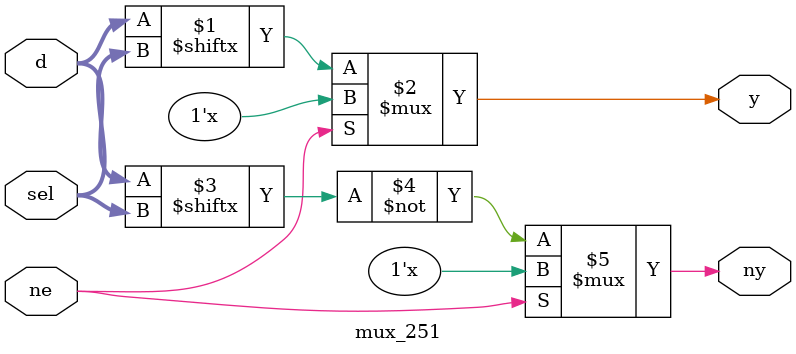
<source format=v>

`ifndef mux_v
`define mux_v

`timescale 1ns/10ps


module mux_253 (sel, i1, noe1, y1, i2, noe2, y2);
   parameter delay = 16;

   input [1:0] sel;		// The signal selector
   input [3:0] i1, i2;		// Input signals.
   input       noe1, noe2;	// Active low tri-state output enables.
   output      y1, y2;		// Outputs.

   wire [1:0]  sel;
   wire [3:0]  i1, i2;
   wire        noe1, noe2;
   wire        y1, y2;

   initial begin
      // $display("BOM: 74x253");
   end
   
   assign #delay y1 = noe1 ? 1'bz : i1[sel];
   assign #delay y2 = noe2 ? 1'bz : i2[sel];

endmodule // mux_253


module mux_253h (sel, i, noe, y);
   parameter delay = 16;

   input [1:0] sel;	// The signal selector
   input [3:0] i;	// Input signals.
   input       noe;	// Active low tri-state output enables.
   output      y;	// Outputs.

   wire [1:0]  sel;
   wire [3:0]  i;
   wire        noe;
   wire        y;

   initial begin
      // $display("BOM: 1/2 74x253");
   end
   
   assign #delay y = noe ? 1'bz : i[sel];

endmodule // mux_253h


///////////////////////////////////////////////////////////////////////////////
//
// Function: 74x257 8-to-4 line data selector/multiplexer.
//
// Notes:
//
///////////////////////////////////////////////////////////////////////////////

module mux_257 (sel, i1, i2, oe, y);
   parameter delay = 20;

   input        sel;		// The signal selector
   input [3:0]  i1, i2;		// Input signals.
   input        oe;	        // Active low tri-state output enables.
   output [3:0] y;		// Outputs.

   wire        sel;
   wire [3:0]  i1, i2;
   wire        oe;
   wire [3:0]  y;

   initial begin
      // $display("BOM: 74x257");
   end
   
   assign #delay y = oe ? 1'bz : (sel == 0? i1 : i2);

endmodule // mux_257

///////////////////////////////////////////////////////////////////////////////
//
// Function: 74x157 8-to-4 line data selector/multiplexer.
//
// Notes:
//
///////////////////////////////////////////////////////////////////////////////

module mux_157 (sel, i1, i2, oe, y);
   parameter delay = 20;

   input        sel;		// The signal selector
   input [3:0]  i1, i2;		// Input signals.
   input        oe;	        // Active low tri-state output enables.
   output [3:0] y;		// Outputs.

   wire        sel;
   wire [3:0]  i1, i2;
   wire        oe;
   wire [3:0]  y;

   initial begin
      // $display("BOM: 74x157");
   end
   
   assign #delay y = oe ? 4'bzzzz : (sel == 0? i1 : i2);

endmodule // mux_157

// The 74LVC2G157 is a 2:1 version of the '157 with a complementary
// output.
module mux_2g157 (sel, a, b, ng, y, ny);
   parameter delay = 20;

   input        sel;		// The signal selector
   input 	a, b;		// Inputs
   input        ng;	        // Active low tri-state output enables.
   output 	y;		// Output
   output 	ny;		// Output

   wire 	sel;
   wire 	a, b;
   wire 	ng;
   wire 	y;
   wire 	ny;
   
   initial begin
      // $display("BOM: 74x157");
   end
   
   assign #delay y = ng ? 1'b0 : (sel == 0? a : b);
   assign #delay ny = ng ? 1'b1 : (sel == 0? ~a : ~b);

endmodule // mux_157

///////////////////////////////////////////////////////////////////////////////
//
// Function: 74x1G157 2-to-1 line data selector/multiplexer.
//
// Notes:
//
///////////////////////////////////////////////////////////////////////////////

module mux_1g157 (sel, a, b, ng, y);
   parameter delay = 4;

   input        sel;		// The signal selector
   input        a, b;		// Input signals.
   input        ng;	        // Active low tri-state output enables.
   output       y;		// Outputs.

   wire         sel;
   wire         a, b;
   wire         ng;
   wire         y;

   initial begin
      // $display("BOM: 74x1G157");
   end

   assign #delay y = ng ? 1'bz : (sel == 0? a : b);

endmodule // mux_1G157

///////////////////////////////////////////////////////////////////////////////
//
// Function: 74x151 8-to-1 line data selector/multiplexer with
// complementary outputs. Not tri-state.
//
// Notes:
//
///////////////////////////////////////////////////////////////////////////////

module mux_151 (sel, d, e, y, w);
   parameter delay = 20;

   input [2:0] sel;		// The signal selector
   input [7:0] d;		// 8 input lines
   input       e;	        // Active low tri-state output enables.
   output      y, w;

   wire [2:0]  sel;
   wire [7:0]  d;
   wire        e, y, w;

   initial begin
      // $display("BOM: 74x151");
   end
   
   assign #delay y = e ? 1'b0 : d[sel];
   assign #delay w = e ? 1'b1 : ~d[sel];

endmodule // mux_151


///////////////////////////////////////////////////////////////////////////////
//
// Function: 74x251 8-to-1 line data selector/multiplexer with
// complementary outputs and tri-state enable.
//
// Notes:
//
///////////////////////////////////////////////////////////////////////////////

module mux_251 (sel, d, ne, y, ny);
   parameter delay = 20;

   input [2:0] sel;		// The signal selector
   input [7:0] d;		// 8 input lines
   input       ne;	        // Active low tri-state output enables.
   output      y, ny;

   wire [2:0]  sel;
   wire [7:0]  d;
   wire        e, y, ny;

   initial begin
      // $display("BOM: 74x251");
   end
   
   assign #delay y  = ne ? 1'bz : d[sel];
   assign #delay ny = ne ? 1'bz : ~d[sel];

endmodule // mux_251


`endif //  `ifdef mux_v

</source>
